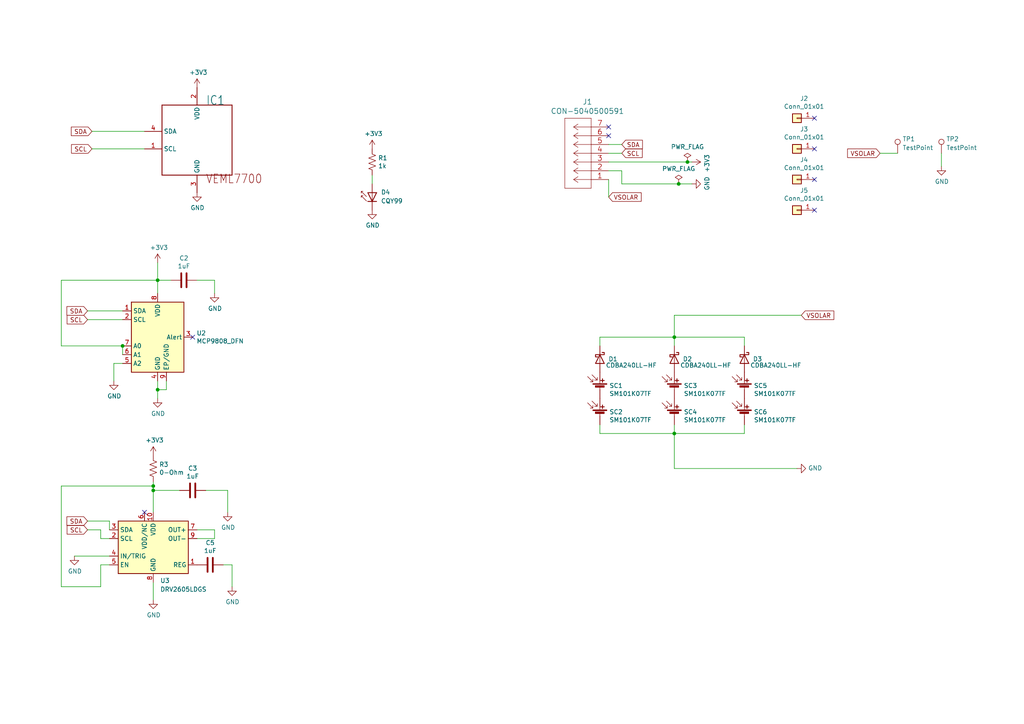
<source format=kicad_sch>
(kicad_sch (version 20211123) (generator eeschema)
  (paper "A4")
  (title_block (title "Solar Panel Board With No Cutout") (date "2022-06-07") (rev "V1.1") (company "CPP BroncoSpace"))
  (lib_symbols
    (symbol "Adafruit VEML7700-eagle-import:VEML7700"
      (property "Reference" "IC" (at 2.54 10.16 0))
      (symbol "VEML7700_1_0"
        (polyline (pts (xy -10.16 -10.16) (xy -10.16 10.16)) (stroke (width 0.254)))
        (polyline (pts (xy -10.16 10.16) (xy 10.16 10.16)) (stroke (width 0.254)))
        (polyline (pts (xy 10.16 -10.16) (xy -10.16 -10.16)) (stroke (width 0.254)))
        (polyline (pts (xy 10.16 10.16) (xy 10.16 -10.16)) (stroke (width 0.254)))
        (text "VEML7700" (at 2.54 -12.7 0) (effects (font (size 2.54 2.159)) (justify left bottom)))
        (pin bidirectional line (at -15.24 -2.54 0) (length 5.08) (name "SCL") (number "1"))
        (pin power_in line (at 0 15.24 270) (length 5.08) (name "VDD") (number "2"))
        (pin power_in line (at 0 -15.24 90) (length 5.08) (name "GND") (number "3"))
        (pin bidirectional line (at -15.24 2.54 0) (length 5.08) (name "SDA") (number "4"))
      )
    )
    (symbol "Connector:TestPoint" (pin_numbers hide) (pin_names (offset 0.762) hide)
      (property "Reference" "TP" (at 0 6.858 0))
      (property "Value" "TestPoint" (at 0 5.08 0))
      (symbol "TestPoint_0_1"
        (circle (center 0 3.302) (radius 0.762))
      )
      (symbol "TestPoint_1_1"
        (pin passive line (at 0 0 90) (length 2.54) (name "1") (number "1"))
      )
    )
    (symbol "Connector_Generic:Conn_01x01" (pin_names (offset 1.016) hide)
      (property "Reference" "J" (at 0 2.54 0))
      (property "Value" "Conn_01x01" (at 0 -2.54 0))
      (symbol "Conn_01x01_1_1"
        (rectangle (start -1.27 0.127) (end 0 -0.127) (stroke (width 0.1524)))
        (rectangle (start -1.27 1.27) (end 1.27 -1.27) (stroke (width 0.254)) (fill (type background)))
        (pin passive line (at -5.08 0 0) (length 3.81) (name "Pin_1") (number "1"))
      )
    )
    (symbol "Device:C" (pin_numbers hide) (pin_names (offset 0.254))
      (property "Reference" "C" (at 0.635 2.54 0))
      (property "Value" "C" (at 0.635 -2.54 0))
      (symbol "C_0_1"
        (polyline (pts (xy -2.032 -0.762) (xy 2.032 -0.762)) (stroke (width 0.508)))
        (polyline (pts (xy -2.032 0.762) (xy 2.032 0.762)) (stroke (width 0.508)))
      )
      (symbol "C_1_1"
        (pin passive line (at 0 3.81 270) (length 2.794) (name "~") (number "1"))
        (pin passive line (at 0 -3.81 90) (length 2.794) (name "~") (number "2"))
      )
    )
    (symbol "Device:D_Schottky" (pin_numbers hide) (pin_names (offset 1.016) hide)
      (property "Reference" "D" (at 0 2.54 0))
      (property "Value" "D_Schottky" (at 0 -2.54 0))
      (symbol "D_Schottky_0_1"
        (polyline (pts (xy 1.27 0) (xy -1.27 0)))
        (polyline (pts (xy 1.27 1.27) (xy 1.27 -1.27) (xy -1.27 0) (xy 1.27 1.27)) (stroke (width 0.254)))
        (polyline (pts (xy -1.905 0.635) (xy -1.905 1.27) (xy -1.27 1.27) (xy -1.27 -1.27) (xy -0.635 -1.27) (xy -0.635 -0.635)) (stroke (width 0.254)))
      )
      (symbol "D_Schottky_1_1"
        (pin passive line (at -3.81 0 0) (length 2.54) (name "K") (number "1"))
        (pin passive line (at 3.81 0 180) (length 2.54) (name "A") (number "2"))
      )
    )
    (symbol "Device:R_US" (pin_numbers hide) (pin_names (offset 0))
      (property "Reference" "R" (at 2.54 0 90))
      (property "Value" "R_US" (at -2.54 0 90))
      (symbol "R_US_0_1"
        (polyline (pts (xy 0 -2.286) (xy 0 -2.54)))
        (polyline (pts (xy 0 2.286) (xy 0 2.54)))
        (polyline (pts (xy 0 -0.762) (xy 1.016 -1.143) (xy 0 -1.524) (xy -1.016 -1.905) (xy 0 -2.286)))
        (polyline (pts (xy 0 0.762) (xy 1.016 0.381) (xy 0 0) (xy -1.016 -0.381) (xy 0 -0.762)))
        (polyline (pts (xy 0 2.286) (xy 1.016 1.905) (xy 0 1.524) (xy -1.016 1.143) (xy 0 0.762)))
      )
      (symbol "R_US_1_1"
        (pin passive line (at 0 3.81 270) (length 1.27) (name "~") (number "1"))
        (pin passive line (at 0 -3.81 90) (length 1.27) (name "~") (number "2"))
      )
    )
    (symbol "Device:Solar_Cell" (pin_numbers hide) (pin_names (offset 0) hide)
      (property "Reference" "SC" (at 2.54 2.54 0))
      (property "Value" "Solar_Cell" (at 2.54 0 0))
      (symbol "Solar_Cell_0_1"
        (rectangle (start -2.032 1.778) (end 2.032 1.524) (fill (type outline)))
        (rectangle (start -1.3208 1.1938) (end 1.27 0.6858) (fill (type outline)))
        (polyline (pts (xy -2.032 2.286) (xy -3.556 3.81)))
        (polyline (pts (xy -0.762 2.794) (xy -2.286 4.318)))
        (polyline (pts (xy 0 0.762) (xy 0 0)))
        (polyline (pts (xy 0 1.778) (xy 0 2.54)))
        (polyline (pts (xy 0.254 2.667) (xy 1.27 2.667)) (stroke (width 0.254)))
        (polyline (pts (xy 0.762 3.175) (xy 0.762 2.159)) (stroke (width 0.254)))
        (polyline (pts (xy -2.032 3.048) (xy -2.032 2.286) (xy -2.794 2.286)))
        (polyline (pts (xy -0.762 3.556) (xy -0.762 2.794) (xy -1.524 2.794)))
      )
      (symbol "Solar_Cell_1_1"
        (pin passive line (at 0 5.08 270) (length 2.54) (name "+") (number "1"))
        (pin passive line (at 0 -2.54 90) (length 2.54) (name "-") (number "2"))
      )
    )
    (symbol "Driver_Haptic:DRV2605LDGS"
      (property "Reference" "U" (at -10.16 8.255 0))
      (property "Value" "DRV2605LDGS" (at 2.54 -8.89 0))
      (symbol "DRV2605LDGS_0_1"
        (rectangle (start -10.16 7.62) (end 10.16 -7.62) (stroke (width 0.254)) (fill (type background)))
      )
      (symbol "DRV2605LDGS_1_1"
        (pin passive line (at 12.7 -5.08 180) (length 2.54) (name "REG") (number "1"))
        (pin power_in line (at 0 10.16 270) (length 2.54) (name "VDD") (number "10"))
        (pin input line (at -12.7 2.54 0) (length 2.54) (name "SCL") (number "2"))
        (pin bidirectional line (at -12.7 5.08 0) (length 2.54) (name "SDA") (number "3"))
        (pin input line (at -12.7 -2.54 0) (length 2.54) (name "IN/TRIG") (number "4"))
        (pin input line (at -12.7 -5.08 0) (length 2.54) (name "EN") (number "5"))
        (pin power_in line (at -2.54 10.16 270) (length 2.54) (name "VDD/NC") (number "6"))
        (pin output line (at 12.7 5.08 180) (length 2.54) (name "OUT+") (number "7"))
        (pin power_in line (at 0 -10.16 90) (length 2.54) (name "GND") (number "8"))
        (pin output line (at 12.7 2.54 180) (length 2.54) (name "OUT-") (number "9"))
      )
    )
    (symbol "LED:CQY99" (pin_numbers hide) (pin_names (offset 1.016) hide)
      (property "Reference" "D" (at 0.508 1.778 0))
      (property "Value" "CQY99" (at -1.016 -2.794 0))
      (symbol "CQY99_0_1"
        (polyline (pts (xy -2.54 1.27) (xy -2.54 -1.27)) (stroke (width 0.254)))
        (polyline (pts (xy 0 0) (xy -2.54 0)))
        (polyline (pts (xy 0.381 3.175) (xy -0.127 3.175)))
        (polyline (pts (xy -1.143 1.651) (xy 0.381 3.175) (xy 0.381 2.667)))
        (polyline (pts (xy 0 -1.27) (xy -2.54 0) (xy 0 1.27) (xy 0 -1.27)) (stroke (width 0.254)))
        (polyline (pts (xy -2.413 1.651) (xy -0.889 3.175) (xy -0.889 2.667) (xy -0.889 3.175) (xy -1.397 3.175)))
      )
      (symbol "CQY99_1_1"
        (pin passive line (at -5.08 0 0) (length 2.54) (name "K") (number "1"))
        (pin passive line (at 2.54 0 180) (length 2.54) (name "A") (number "2"))
      )
    )
    (symbol "Sensor_Temperature:MCP9808_DFN"
      (property "Reference" "U" (at -6.35 11.43 0))
      (property "Value" "MCP9808_DFN" (at 10.16 11.43 0))
      (symbol "MCP9808_DFN_0_1"
        (rectangle (start -7.62 10.16) (end 7.62 -10.16) (stroke (width 0.254)) (fill (type background)))
      )
      (symbol "MCP9808_DFN_1_1"
        (pin bidirectional line (at -10.16 7.62 0) (length 2.54) (name "SDA") (number "1"))
        (pin input line (at -10.16 5.08 0) (length 2.54) (name "SCL") (number "2"))
        (pin output line (at 10.16 0 180) (length 2.54) (name "Alert") (number "3"))
        (pin power_in line (at 0 -12.7 90) (length 2.54) (name "GND") (number "4"))
        (pin input line (at -10.16 -7.62 0) (length 2.54) (name "A2") (number "5"))
        (pin input line (at -10.16 -5.08 0) (length 2.54) (name "A1") (number "6"))
        (pin input line (at -10.16 -2.54 0) (length 2.54) (name "A0") (number "7"))
        (pin power_in line (at 0 12.7 270) (length 2.54) (name "VDD") (number "8"))
        (pin power_in line (at 2.54 -12.7 90) (length 2.54) (name "EP/GND") (number "9"))
      )
    )
    (symbol "power:GND" (power) (pin_names (offset 0))
      (property "Value" "GND" (at 0 -3.81 0))
      (symbol "GND_0_1"
        (polyline (pts (xy 0 0) (xy 0 -1.27) (xy 1.27 -1.27) (xy 0 -2.54) (xy -1.27 -1.27) (xy 0 -1.27)))
      )
      (symbol "GND_1_1"
        (pin power_in line (at 0 0 270) (length 0) hide (name "GND") (number "1"))
      )
    )
    (symbol "power:PWR_FLAG" (power) (pin_numbers hide) (pin_names (offset 0) hide)
      (property "Value" "PWR_FLAG" (at 0 3.81 0))
      (symbol "PWR_FLAG_0_0"
        (pin power_out line (at 0 0 90) (length 0) (name "pwr") (number "1"))
      )
      (symbol "PWR_FLAG_0_1"
        (polyline (pts (xy 0 0) (xy 0 1.27) (xy -1.016 1.905) (xy 0 2.54) (xy 1.016 1.905) (xy 0 1.27)))
      )
    )
    (symbol "solar-panel-NoCutout-rescue:+3.3V-power" (power) (pin_names (offset 0))
      (property "Value" "+3.3V-power" (at 0 3.556 0))
      (symbol "+3.3V-power_0_1"
        (polyline (pts (xy -0.762 1.27) (xy 0 2.54)))
        (polyline (pts (xy 0 0) (xy 0 2.54)))
        (polyline (pts (xy 0 2.54) (xy 0.762 1.27)))
      )
      (symbol "+3.3V-power_1_1"
        (pin power_in line (at 0 0 90) (length 0) hide (name "+3V3") (number "1"))
      )
    )
    (symbol "solar-panel-NoCutout-rescue:CON-5040500591-ExtraComponents" (pin_names (offset 0.254) hide)
      (property "Reference" "J" (at 8.89 6.35 0))
      (property "Value" "CON-5040500591-ExtraComponents" (at 10.16 -7.62 0))
      (symbol "CON-5040500591-ExtraComponents_1_1"
        (polyline (pts (xy 5.08 -17.78) (xy 12.7 -17.78)) (stroke (width 0.127)))
        (polyline (pts (xy 5.08 2.54) (xy 5.08 -17.78)) (stroke (width 0.127)))
        (polyline (pts (xy 10.16 -15.24) (xy 5.08 -15.24)) (stroke (width 0.127)))
        (polyline (pts (xy 10.16 -15.24) (xy 8.89 -16.0782)) (stroke (width 0.127)))
        (polyline (pts (xy 10.16 -15.24) (xy 8.89 -14.4018)) (stroke (width 0.127)))
        (polyline (pts (xy 10.16 -12.7) (xy 5.08 -12.7)) (stroke (width 0.127)))
        (polyline (pts (xy 10.16 -12.7) (xy 8.89 -13.5382)) (stroke (width 0.127)))
        (polyline (pts (xy 10.16 -12.7) (xy 8.89 -11.8618)) (stroke (width 0.127)))
        (polyline (pts (xy 10.16 -10.16) (xy 5.08 -10.16)) (stroke (width 0.127)))
        (polyline (pts (xy 10.16 -10.16) (xy 8.89 -10.9982)) (stroke (width 0.127)))
        (polyline (pts (xy 10.16 -10.16) (xy 8.89 -9.3218)) (stroke (width 0.127)))
        (polyline (pts (xy 10.16 -7.62) (xy 5.08 -7.62)) (stroke (width 0.127)))
        (polyline (pts (xy 10.16 -7.62) (xy 8.89 -8.4582)) (stroke (width 0.127)))
        (polyline (pts (xy 10.16 -7.62) (xy 8.89 -6.7818)) (stroke (width 0.127)))
        (polyline (pts (xy 10.16 -5.08) (xy 5.08 -5.08)) (stroke (width 0.127)))
        (polyline (pts (xy 10.16 -5.08) (xy 8.89 -5.9182)) (stroke (width 0.127)))
        (polyline (pts (xy 10.16 -5.08) (xy 8.89 -4.2418)) (stroke (width 0.127)))
        (polyline (pts (xy 10.16 -2.54) (xy 5.08 -2.54)) (stroke (width 0.127)))
        (polyline (pts (xy 10.16 -2.54) (xy 8.89 -3.3782)) (stroke (width 0.127)))
        (polyline (pts (xy 10.16 -2.54) (xy 8.89 -1.7018)) (stroke (width 0.127)))
        (polyline (pts (xy 10.16 0) (xy 5.08 0)) (stroke (width 0.127)))
        (polyline (pts (xy 10.16 0) (xy 8.89 -0.8382)) (stroke (width 0.127)))
        (polyline (pts (xy 10.16 0) (xy 8.89 0.8382)) (stroke (width 0.127)))
        (polyline (pts (xy 12.7 -17.78) (xy 12.7 2.54)) (stroke (width 0.127)))
        (polyline (pts (xy 12.7 2.54) (xy 5.08 2.54)) (stroke (width 0.127)))
        (pin unspecified line (at 0 0 0) (length 5.08) (name "1") (number "1"))
        (pin unspecified line (at 0 -2.54 0) (length 5.08) (name "2") (number "2"))
        (pin unspecified line (at 0 -5.08 0) (length 5.08) (name "3") (number "3"))
        (pin unspecified line (at 0 -7.62 0) (length 5.08) (name "4") (number "4"))
        (pin unspecified line (at 0 -10.16 0) (length 5.08) (name "5") (number "5"))
        (pin unspecified line (at 0 -12.7 0) (length 5.08) (name "6") (number "6"))
        (pin unspecified line (at 0 -15.24 0) (length 5.08) (name "7") (number "7"))
      )
    )
    (symbol "solar-panel-side-Z-rescue:+3.3V-power" (power) (pin_names (offset 0))
      (property "Value" "+3.3V-power" (at 0 3.556 0))
      (symbol "+3.3V-power_0_1"
        (polyline (pts (xy -0.762 1.27) (xy 0 2.54)))
        (polyline (pts (xy 0 0) (xy 0 2.54)))
        (polyline (pts (xy 0 2.54) (xy 0.762 1.27)))
      )
      (symbol "+3.3V-power_1_1"
        (pin power_in line (at 0 0 90) (length 0) hide (name "+3V3") (number "1"))
      )
    )
  )
  (junction (at 45.72 81.28))
  (junction (at 35.56 100.33))
  (junction (at 44.45 142.24))
  (junction (at 44.45 140.97))
  (junction (at 195.58 125.73))
  (junction (at 195.58 97.79))
  (junction (at 196.85 53.34))
  (junction (at 199.39 46.99))
  (junction (at 45.72 113.03))
  (no_connect (at 236.22 34.29))
  (no_connect (at 236.22 43.18))
  (no_connect (at 176.53 36.83))
  (no_connect (at 176.53 39.37))
  (no_connect (at 236.22 60.96))
  (no_connect (at 55.88 97.79))
  (no_connect (at 41.91 148.59))
  (no_connect (at 236.22 52.07))
  (wire (pts (xy 29.21 156.21) (xy 31.75 156.21)))
  (wire (pts (xy 45.72 76.2) (xy 45.72 81.28)))
  (wire (pts (xy 176.53 57.15) (xy 176.53 52.07)))
  (wire (pts (xy 45.72 81.28) (xy 49.53 81.28)))
  (wire (pts (xy 57.15 156.21) (xy 62.23 156.21)))
  (wire (pts (xy 173.99 97.79) (xy 173.99 100.33)))
  (wire (pts (xy 25.4 153.67) (xy 29.21 153.67)))
  (wire (pts (xy 29.21 163.83) (xy 29.21 170.18)))
  (wire (pts (xy 35.56 105.41) (xy 33.02 105.41)))
  (wire (pts (xy 196.85 53.34) (xy 200.66 53.34)))
  (wire (pts (xy 31.75 151.13) (xy 31.75 153.67)))
  (wire (pts (xy 176.53 41.91) (xy 180.34 41.91)))
  (wire (pts (xy 25.4 92.71) (xy 35.56 92.71)))
  (wire (pts (xy 173.99 125.73) (xy 173.99 123.19)))
  (wire (pts (xy 260.35 44.45) (xy 255.27 44.45)))
  (wire (pts (xy 180.34 49.53) (xy 180.34 53.34)))
  (wire (pts (xy 35.56 100.33) (xy 17.78 100.33)))
  (wire (pts (xy 41.91 38.1) (xy 26.67 38.1)))
  (wire (pts (xy 29.21 170.18) (xy 17.78 170.18)))
  (wire (pts (xy 29.21 163.83) (xy 31.75 163.83)))
  (wire (pts (xy 59.69 142.24) (xy 66.04 142.24)))
  (wire (pts (xy 45.72 110.49) (xy 45.72 113.03)))
  (wire (pts (xy 25.4 90.17) (xy 35.56 90.17)))
  (wire (pts (xy 66.04 142.24) (xy 66.04 148.59)))
  (wire (pts (xy 195.58 97.79) (xy 215.9 97.79)))
  (wire (pts (xy 35.56 100.33) (xy 35.56 102.87)))
  (wire (pts (xy 44.45 142.24) (xy 52.07 142.24)))
  (wire (pts (xy 17.78 170.18) (xy 17.78 140.97)))
  (wire (pts (xy 176.53 49.53) (xy 180.34 49.53)))
  (wire (pts (xy 57.15 81.28) (xy 62.23 81.28)))
  (wire (pts (xy 64.77 163.83) (xy 67.31 163.83)))
  (wire (pts (xy 180.34 53.34) (xy 196.85 53.34)))
  (wire (pts (xy 44.45 140.97) (xy 44.45 142.24)))
  (wire (pts (xy 48.26 113.03) (xy 45.72 113.03)))
  (wire (pts (xy 107.95 53.34) (xy 107.95 50.8)))
  (wire (pts (xy 29.21 153.67) (xy 29.21 156.21)))
  (wire (pts (xy 176.53 44.45) (xy 180.34 44.45)))
  (wire (pts (xy 173.99 97.79) (xy 195.58 97.79)))
  (wire (pts (xy 48.26 110.49) (xy 48.26 113.03)))
  (wire (pts (xy 62.23 156.21) (xy 62.23 153.67)))
  (wire (pts (xy 62.23 81.28) (xy 62.23 85.09)))
  (wire (pts (xy 25.4 151.13) (xy 31.75 151.13)))
  (wire (pts (xy 45.72 113.03) (xy 45.72 115.57)))
  (wire (pts (xy 195.58 125.73) (xy 215.9 125.73)))
  (wire (pts (xy 273.05 44.45) (xy 273.05 48.26)))
  (wire (pts (xy 195.58 100.33) (xy 195.58 97.79)))
  (wire (pts (xy 33.02 105.41) (xy 33.02 110.49)))
  (wire (pts (xy 67.31 163.83) (xy 67.31 170.18)))
  (wire (pts (xy 17.78 81.28) (xy 45.72 81.28)))
  (wire (pts (xy 215.9 100.33) (xy 215.9 97.79)))
  (wire (pts (xy 199.39 46.99) (xy 200.66 46.99)))
  (wire (pts (xy 21.59 161.29) (xy 31.75 161.29)))
  (wire (pts (xy 173.99 125.73) (xy 195.58 125.73)))
  (wire (pts (xy 44.45 168.91) (xy 44.45 173.99)))
  (wire (pts (xy 44.45 142.24) (xy 44.45 148.59)))
  (wire (pts (xy 26.67 43.18) (xy 41.91 43.18)))
  (wire (pts (xy 195.58 125.73) (xy 195.58 123.19)))
  (wire (pts (xy 44.45 139.7) (xy 44.45 140.97)))
  (wire (pts (xy 45.72 81.28) (xy 45.72 85.09)))
  (wire (pts (xy 215.9 125.73) (xy 215.9 123.19)))
  (wire (pts (xy 195.58 135.89) (xy 231.14 135.89)))
  (wire (pts (xy 17.78 140.97) (xy 44.45 140.97)))
  (wire (pts (xy 57.15 153.67) (xy 62.23 153.67)))
  (wire (pts (xy 195.58 97.79) (xy 195.58 91.44)))
  (wire (pts (xy 17.78 100.33) (xy 17.78 81.28)))
  (wire (pts (xy 176.53 46.99) (xy 199.39 46.99)))
  (wire (pts (xy 195.58 135.89) (xy 195.58 125.73)))
  (wire (pts (xy 195.58 91.44) (xy 232.41 91.44)))
  (global_label "SCL" (shape input) (at 180.34 44.45 0) (property "Intersheet References" "${INTERSHEET_REFS}" (effects hide)))
  (global_label "VSOLAR" (shape input) (at 232.41 91.44 0) (property "Intersheet References" "${INTERSHEET_REFS}" (effects hide)))
  (global_label "SCL" (shape input) (at 25.4 153.67 180) (property "Intersheet References" "${INTERSHEET_REFS}" (effects hide)))
  (global_label "VSOLAR" (shape input) (at 255.27 44.45 180) (property "Intersheet References" "${INTERSHEET_REFS}" (effects hide)))
  (global_label "SDA" (shape input) (at 26.67 38.1 180) (property "Intersheet References" "${INTERSHEET_REFS}" (effects hide)))
  (global_label "SDA" (shape input) (at 25.4 151.13 180) (property "Intersheet References" "${INTERSHEET_REFS}" (effects hide)))
  (global_label "VSOLAR" (shape input) (at 176.53 57.15 0) (property "Intersheet References" "${INTERSHEET_REFS}" (effects hide)))
  (global_label "SCL" (shape input) (at 25.4 92.71 180) (property "Intersheet References" "${INTERSHEET_REFS}" (effects hide)))
  (global_label "SCL" (shape input) (at 26.67 43.18 180) (property "Intersheet References" "${INTERSHEET_REFS}" (effects hide)))
  (global_label "SDA" (shape input) (at 180.34 41.91 0) (property "Intersheet References" "${INTERSHEET_REFS}" (effects hide)))
  (global_label "SDA" (shape input) (at 25.4 90.17 180) (property "Intersheet References" "${INTERSHEET_REFS}" (effects hide)))
  (symbol (lib_id "solar-panel-NoCutout-rescue:+3.3V-power") (at 200.66 46.99 270) (unit 1)
    (property "Reference" "#PWR0111" (effects hide))
    (property "Value" "+3.3V" (at 205.0542 47.371 0))
  )
  (symbol (lib_id "power:PWR_FLAG") (at 199.39 46.99 0) (unit 1)
    (property "Reference" "#FLG0101" (effects hide))
    (property "Value" "PWR_FLAG" (at 199.39 42.5958 0))
  )
  (symbol (lib_id "power:PWR_FLAG") (at 196.85 53.34 0) (unit 1)
    (property "Reference" "#FLG0104" (effects hide))
    (property "Value" "PWR_FLAG" (at 196.85 48.9458 0))
  )
  (symbol (lib_id "power:GND") (at 200.66 53.34 90) (unit 1)
    (property "Reference" "#PWR0102" (effects hide))
    (property "Value" "GND" (at 205.0542 53.213 0))
  )
  (symbol (lib_id "solar-panel-NoCutout-rescue:CON-5040500591-ExtraComponents") (at 176.53 52.07 180) (unit 1)
    (property "Reference" "J1" (at 170.3832 29.5402 0) (effects (font (size 1.524 1.524))))
    (property "Value" "CON-5040500591" (at 170.3832 32.2326 0) (effects (font (size 1.524 1.524))))
    (property "Footprint" "SolarPanelBoards:CON_5040500591" (effects hide))
  )
  (symbol (lib_id "Connector_Generic:Conn_01x01") (at 231.14 34.29 180) (unit 1)
    (property "Reference" "J2" (at 233.2228 28.575 0))
    (property "Value" "Conn_01x01" (at 233.2228 30.8864 0))
    (property "Footprint" "SolarPanelBoards:MountingHoles" (effects hide))
  )
  (symbol (lib_id "Connector_Generic:Conn_01x01") (at 231.14 43.18 180) (unit 1)
    (property "Reference" "J3" (at 233.2228 37.465 0))
    (property "Value" "Conn_01x01" (at 233.2228 39.7764 0))
    (property "Footprint" "SolarPanelBoards:MountingHoles" (effects hide))
  )
  (symbol (lib_id "Connector_Generic:Conn_01x01") (at 231.14 52.07 180) (unit 1)
    (property "Reference" "J4" (at 233.2228 46.355 0))
    (property "Value" "Conn_01x01" (at 233.2228 48.6664 0))
    (property "Footprint" "SolarPanelBoards:MountingHoles" (effects hide))
  )
  (symbol (lib_id "Connector_Generic:Conn_01x01") (at 231.14 60.96 180) (unit 1)
    (property "Reference" "J5" (at 233.2228 55.245 0))
    (property "Value" "Conn_01x01" (at 233.2228 57.5564 0))
    (property "Footprint" "SolarPanelBoards:MountingHoles" (effects hide))
  )
  (symbol (lib_id "power:GND") (at 107.95 60.96 0) (unit 1)
    (property "Reference" "#PWR0107" (effects hide))
    (property "Value" "GND" (at 108.077 65.3542 0))
  )
  (symbol (lib_id "power:GND") (at 67.31 170.18 0) (unit 1)
    (property "Reference" "#PWR0117" (effects hide))
    (property "Value" "GND" (at 67.437 174.5742 0))
  )
  (symbol (lib_id "Device:Solar_Cell") (at 195.58 120.65 0) (unit 1)
    (property "Reference" "SC4" (at 198.3232 119.4816 0) (effects (justify left)))
    (property "Value" "SM101K07TF" (at 198.3232 121.793 0) (effects (justify left)))
    (property "Footprint" "SolarPanelBoards:KXOB101K08F-TR" (effects hide))
  )
  (symbol (lib_id "power:GND") (at 45.72 115.57 0) (unit 1)
    (property "Reference" "#PWR0116" (effects hide))
    (property "Value" "GND" (at 45.847 119.9642 0))
  )
  (symbol (lib_id "solar-panel-side-Z-rescue:+3.3V-power") (at 44.45 132.08 0) (unit 1)
    (property "Reference" "#PWR0115" (effects hide))
    (property "Value" "+3.3V" (at 44.831 127.6858 0))
  )
  (symbol (lib_id "Driver_Haptic:DRV2605LDGS") (at 44.45 158.75 0) (unit 1)
    (property "Reference" "U3" (at 46.4694 168.4004 0) (effects (justify left)))
    (property "Value" "DRV2605LDGS" (at 46.4694 170.9373 0) (effects (justify left)))
    (property "Footprint" "Package_SO:VSSOP-10_3x3mm_P0.5mm" (effects hide))
    (property "Datasheet" "http://www.ti.com/lit/ds/symlink/drv2605l.pdf" (effects hide))
  )
  (symbol (lib_id "Device:Solar_Cell") (at 173.99 120.65 0) (unit 1)
    (property "Reference" "SC2" (at 176.7332 119.4816 0) (effects (justify left)))
    (property "Value" "SM101K07TF" (at 176.7332 121.793 0) (effects (justify left)))
    (property "Footprint" "SolarPanelBoards:KXOB101K08F-TR" (effects hide))
  )
  (symbol (lib_id "solar-panel-side-Z-rescue:+3.3V-power") (at 57.15 25.4 0) (unit 1)
    (property "Reference" "#PWR0101" (effects hide))
    (property "Value" "+3.3V" (at 57.531 21.0058 0))
  )
  (symbol (lib_id "Device:D_Schottky") (at 215.9 104.14 270) (unit 1)
    (property "Reference" "D3" (at 219.71 104.14 90))
    (property "Value" "CDBA240LL-HF" (at 232.41 106.68 90) (effects (justify right bottom)))
    (property "Footprint" "SolarPanelBoards:DO-214AC" (effects hide))
  )
  (symbol (lib_id "solar-panel-side-Z-rescue:+3.3V-power") (at 45.72 76.2 0) (unit 1)
    (property "Reference" "#PWR0105" (effects hide))
    (property "Value" "+3.3V" (at 46.101 71.8058 0))
  )
  (symbol (lib_id "Connector:TestPoint") (at 260.35 44.45 0) (unit 1)
    (property "Reference" "TP1" (at 261.747 40.3133 0) (effects (justify left)))
    (property "Value" "TestPoint" (at 261.747 42.8502 0) (effects (justify left)))
    (property "Footprint" "SolarPanelBoards:Test Pad" (effects hide))
  )
  (symbol (lib_id "power:GND") (at 66.04 148.59 0) (unit 1)
    (property "Reference" "#PWR0118" (effects hide))
    (property "Value" "GND" (at 66.167 152.9842 0))
  )
  (symbol (lib_id "Connector:TestPoint") (at 273.05 44.45 0) (unit 1)
    (property "Reference" "TP2" (at 274.447 40.3133 0) (effects (justify left)))
    (property "Value" "TestPoint" (at 274.447 42.8502 0) (effects (justify left)))
    (property "Footprint" "SolarPanelBoards:Test Pad" (effects hide))
  )
  (symbol (lib_id "Device:C") (at 55.88 142.24 90) (unit 1)
    (property "Reference" "C3" (at 55.88 135.8392 90))
    (property "Value" "1uF" (at 55.88 138.1506 90))
    (property "Footprint" "Capacitor_SMD:C_0805_2012Metric" (effects hide))
  )
  (symbol (lib_id "Device:C") (at 53.34 81.28 90) (unit 1)
    (property "Reference" "C2" (at 53.34 74.8792 90))
    (property "Value" "1uF" (at 53.34 77.1906 90))
    (property "Footprint" "Capacitor_SMD:C_0805_2012Metric" (effects hide))
  )
  (symbol (lib_id "LED:CQY99") (at 107.95 55.88 90) (unit 1)
    (property "Reference" "D4" (at 110.49 55.7529 90) (effects (justify right)))
    (property "Value" "CQY99" (at 110.49 58.2929 90) (effects (justify right)))
    (property "Footprint" "LED_SMD:LED_0603_1608Metric" (effects hide))
    (property "Datasheet" "https://www.prtice.info/IMG/pdf/CQY99.pdf" (effects hide))
  )
  (symbol (lib_id "Adafruit VEML7700-eagle-import:VEML7700") (at 57.15 40.64 0) (unit 1)
    (property "Reference" "IC1" (at 59.69 30.48 0) (effects (font (size 2.54 2.159)) (justify left bottom)))
    (property "Value" "VEML7700" (effects hide))
    (property "Footprint" "VEML7700-TT:XDCR_VEML7700-TT" (effects hide))
  )
  (symbol (lib_id "power:GND") (at 231.14 135.89 90) (unit 1)
    (property "Reference" "#PWR0121" (effects hide))
    (property "Value" "GND" (at 234.3912 135.763 90) (effects (justify right)))
  )
  (symbol (lib_id "power:GND") (at 21.59 161.29 0) (unit 1)
    (property "Reference" "#PWR0114" (effects hide))
    (property "Value" "GND" (at 21.717 165.6842 0))
  )
  (symbol (lib_id "Device:C") (at 60.96 163.83 90) (unit 1)
    (property "Reference" "C5" (at 60.96 157.4292 90))
    (property "Value" "1uF" (at 60.96 159.7406 90))
    (property "Footprint" "Capacitor_SMD:C_0805_2012Metric" (effects hide))
  )
  (symbol (lib_id "Device:R_US") (at 44.45 135.89 0) (unit 1)
    (property "Reference" "R3" (at 46.1772 134.7216 0) (effects (justify left)))
    (property "Value" "0-Ohm" (at 46.1772 137.033 0) (effects (justify left)))
    (property "Footprint" "Resistor_SMD:R_0603_1608Metric" (effects hide))
  )
  (symbol (lib_id "power:GND") (at 44.45 173.99 0) (unit 1)
    (property "Reference" "#PWR0119" (effects hide))
    (property "Value" "GND" (at 44.577 178.3842 0))
  )
  (symbol (lib_id "Device:D_Schottky") (at 173.99 104.14 270) (unit 1)
    (property "Reference" "D1" (at 177.8 104.14 90))
    (property "Value" "CDBA240LL-HF" (at 190.5 106.68 90) (effects (justify right bottom)))
    (property "Footprint" "SolarPanelBoards:DO-214AC" (effects hide))
  )
  (symbol (lib_id "power:GND") (at 57.15 55.88 0) (unit 1)
    (property "Reference" "#PWR0103" (effects hide))
    (property "Value" "GND" (at 57.277 60.2742 0))
  )
  (symbol (lib_id "solar-panel-side-Z-rescue:+3.3V-power") (at 107.95 43.18 0) (unit 1)
    (property "Reference" "#PWR0106" (effects hide))
    (property "Value" "+3.3V" (at 108.331 38.7858 0))
  )
  (symbol (lib_id "Device:R_US") (at 107.95 46.99 0) (unit 1)
    (property "Reference" "R1" (at 109.6772 45.8216 0) (effects (justify left)))
    (property "Value" "1k" (at 109.6772 48.133 0) (effects (justify left)))
    (property "Footprint" "Resistor_SMD:R_0603_1608Metric" (effects hide))
  )
  (symbol (lib_id "power:GND") (at 62.23 85.09 0) (unit 1)
    (property "Reference" "#PWR0104" (effects hide))
    (property "Value" "GND" (at 62.357 89.4842 0))
  )
  (symbol (lib_id "Sensor_Temperature:MCP9808_DFN") (at 45.72 97.79 0) (unit 1)
    (property "Reference" "U2" (at 56.9976 96.6216 0) (effects (justify left)))
    (property "Value" "MCP9808_DFN" (at 56.9976 98.933 0) (effects (justify left)))
    (property "Footprint" "SolarPanelBoards:MCP9808-NoLeadPackage" (effects hide))
    (property "Datasheet" "http://ww1.microchip.com/downloads/en/DeviceDoc/MCP9808-0.5C-Maximum-Accuracy-Digital-Temperature-Sensor-Data-Sheet-DS20005095B.pdf" (effects hide))
  )
  (symbol (lib_id "power:GND") (at 33.02 110.49 0) (unit 1)
    (property "Reference" "#PWR0112" (effects hide))
    (property "Value" "GND" (at 33.147 114.8842 0))
  )
  (symbol (lib_id "Device:Solar_Cell") (at 215.9 113.03 0) (unit 1)
    (property "Reference" "SC5" (at 218.6432 111.8616 0) (effects (justify left)))
    (property "Value" "SM101K07TF" (at 218.6432 114.173 0) (effects (justify left)))
    (property "Footprint" "SolarPanelBoards:KXOB101K08F-TR" (effects hide))
  )
  (symbol (lib_id "Device:Solar_Cell") (at 173.99 113.03 0) (unit 1)
    (property "Reference" "SC1" (at 176.7332 111.8616 0) (effects (justify left)))
    (property "Value" "SM101K07TF" (at 176.7332 114.173 0) (effects (justify left)))
    (property "Footprint" "SolarPanelBoards:KXOB101K08F-TR" (effects hide))
  )
  (symbol (lib_id "Device:Solar_Cell") (at 215.9 120.65 0) (unit 1)
    (property "Reference" "SC6" (at 218.6432 119.4816 0) (effects (justify left)))
    (property "Value" "SM101K07TF" (at 218.6432 121.793 0) (effects (justify left)))
    (property "Footprint" "SolarPanelBoards:KXOB101K08F-TR" (effects hide))
  )
  (symbol (lib_id "Device:Solar_Cell") (at 195.58 113.03 0) (unit 1)
    (property "Reference" "SC3" (at 198.3232 111.8616 0) (effects (justify left)))
    (property "Value" "SM101K07TF" (at 198.3232 114.173 0) (effects (justify left)))
    (property "Footprint" "SolarPanelBoards:KXOB101K08F-TR" (effects hide))
  )
  (symbol (lib_id "power:GND") (at 273.05 48.26 0) (unit 1)
    (property "Reference" "#PWR0120" (effects hide))
    (property "Value" "GND" (at 273.177 52.6542 0))
  )
  (symbol (lib_id "Device:D_Schottky") (at 195.58 104.14 270) (unit 1)
    (property "Reference" "D2" (at 199.39 104.14 90))
    (property "Value" "CDBA240LL-HF" (at 212.09 106.68 90) (effects (justify right bottom)))
    (property "Footprint" "SolarPanelBoards:DO-214AC" (effects hide))
  )
)
</source>
